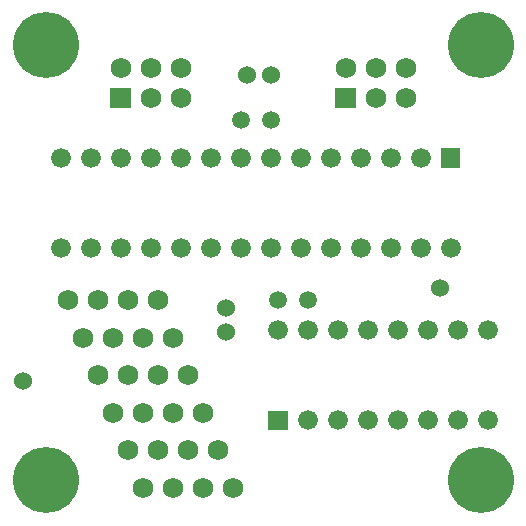
<source format=gbr>
G04 start of page 8 for group -4062 idx -4062 *
G04 Title: logic, soldermask *
G04 Creator: pcb 20091103 *
G04 CreationDate: Wed 28 Apr 2010 01:03:10 AM GMT UTC *
G04 For: srussell *
G04 Format: Gerber/RS-274X *
G04 PCB-Dimensions: 175000 175000 *
G04 PCB-Coordinate-Origin: lower left *
%MOIN*%
%FSLAX25Y25*%
%LNBACKMASK*%
%ADD13C,0.0600*%
%ADD14C,0.0200*%
%ADD24C,0.0660*%
%ADD25C,0.0680*%
%ADD26C,0.0590*%
%ADD27C,0.2200*%
G54D24*X62500Y122500D03*
X52500D03*
X42500D03*
X32500D03*
X22500D03*
Y92500D03*
X32500D03*
X42500D03*
X52500D03*
G54D14*G36*
X39100Y145900D02*Y139100D01*
X45900D01*
Y145900D01*
X39100D01*
G37*
G54D25*X52500Y142500D03*
X62500D03*
X42500Y152500D03*
X52500D03*
X62500D03*
G54D24*X122500Y122500D03*
X112500D03*
X102500D03*
X92500D03*
G54D14*G36*
X149200Y125800D02*Y119200D01*
X155800D01*
Y125800D01*
X149200D01*
G37*
G54D24*X142500Y122500D03*
X132500D03*
X82500D03*
G54D14*G36*
X114100Y145900D02*Y139100D01*
X120900D01*
Y145900D01*
X114100D01*
G37*
G54D25*X127500Y142500D03*
X137500D03*
X117500Y152500D03*
X127500D03*
X137500D03*
G54D13*X92500Y150000D03*
X84626D03*
G54D26*X92500Y135000D03*
X82500D03*
G54D24*X132500Y92500D03*
X142500D03*
X152500D03*
X72500Y122500D03*
G54D13*X77500Y64626D03*
Y72500D03*
G54D25*X80000Y12500D03*
X75000Y25000D03*
X65000D03*
X55000D03*
X45000D03*
X70000Y12500D03*
X60000D03*
X50000D03*
X70000Y37500D03*
X60000D03*
X50000D03*
G54D24*X92500Y92500D03*
X102500D03*
X112500D03*
X122500D03*
G54D14*G36*
X91700Y38300D02*Y31700D01*
X98300D01*
Y38300D01*
X91700D01*
G37*
G54D26*X95000Y75000D03*
G54D24*X105000Y35000D03*
G54D26*Y75000D03*
G54D24*X115000Y35000D03*
X125000D03*
X135000D03*
X145000D03*
X155000D03*
X165000D03*
Y65000D03*
X155000D03*
X145000D03*
X135000D03*
X125000D03*
X115000D03*
X105000D03*
X95000D03*
X62500Y92500D03*
X72500D03*
X82500D03*
G54D25*X55000Y75000D03*
Y50000D03*
X50000Y62500D03*
X45000Y75000D03*
Y50000D03*
X40000Y62500D03*
Y37500D03*
X35000Y75000D03*
Y50000D03*
X30000Y62500D03*
X25000Y75000D03*
X65000Y50000D03*
X60000Y62500D03*
G54D27*X17500Y15000D03*
Y160000D03*
X162500Y15000D03*
Y160000D03*
G54D13*X10000Y48000D03*
X149000Y79000D03*
M02*

</source>
